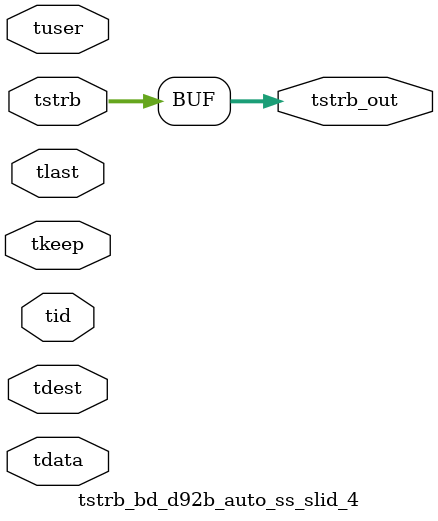
<source format=v>


`timescale 1ps/1ps

module tstrb_bd_d92b_auto_ss_slid_4 #
(
parameter C_S_AXIS_TDATA_WIDTH = 32,
parameter C_S_AXIS_TUSER_WIDTH = 0,
parameter C_S_AXIS_TID_WIDTH   = 0,
parameter C_S_AXIS_TDEST_WIDTH = 0,
parameter C_M_AXIS_TDATA_WIDTH = 32
)
(
input  [(C_S_AXIS_TDATA_WIDTH == 0 ? 1 : C_S_AXIS_TDATA_WIDTH)-1:0     ] tdata,
input  [(C_S_AXIS_TUSER_WIDTH == 0 ? 1 : C_S_AXIS_TUSER_WIDTH)-1:0     ] tuser,
input  [(C_S_AXIS_TID_WIDTH   == 0 ? 1 : C_S_AXIS_TID_WIDTH)-1:0       ] tid,
input  [(C_S_AXIS_TDEST_WIDTH == 0 ? 1 : C_S_AXIS_TDEST_WIDTH)-1:0     ] tdest,
input  [(C_S_AXIS_TDATA_WIDTH/8)-1:0 ] tkeep,
input  [(C_S_AXIS_TDATA_WIDTH/8)-1:0 ] tstrb,
input                                                                    tlast,
output [(C_M_AXIS_TDATA_WIDTH/8)-1:0 ] tstrb_out
);

assign tstrb_out = {tstrb[7:0]};

endmodule


</source>
